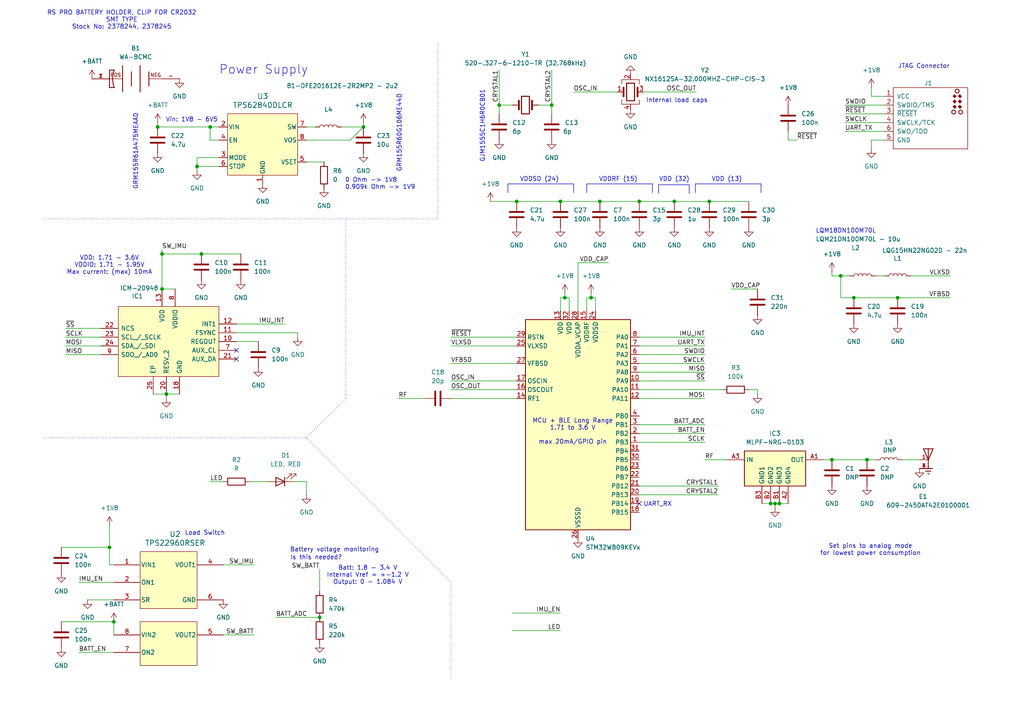
<source format=kicad_sch>
(kicad_sch (version 20231120) (generator "eeschema") (generator_version "8.0")
  (paper "A4")
  (title_block (title "Plant Sensor V2") (date "2025-01-15") (rev "v1") (company "Dramco - KU Leuven"))
  (lib_symbols
    (symbol "2450AT42E0100E:2450AT42E0100E" (pin_names (offset 1.016))
      (property "Reference" "E" (at 2.0344 0.7629 0))
      (property "Value" "2450AT42E0100E" (at 2.1628 -1.0178 0))
      (symbol "2450AT42E0100E_0_0"
        (pin passive line (at -2.54 0 0) (length 2.54) (name "~") (number "1"))
        (pin power_in line (at -2.54 -2.54 0) (length 2.54) (name "~") (number "3"))
        (pin power_in line (at -2.54 -2.54 0) (length 2.54) (name "~") (number "4"))
      )
    )
    (symbol "Device:C" (pin_numbers hide) (pin_names (offset 0.254))
      (property "Reference" "C" (at 0.635 2.54 0))
      (property "Value" "C" (at 0.635 -2.54 0))
      (symbol "C_1_1"
        (pin passive line (at 0 3.81 270) (length 2.794) (name "~") (number "1"))
        (pin passive line (at 0 -3.81 90) (length 2.794) (name "~") (number "2"))
      )
    )
    (symbol "Device:Crystal" (pin_numbers hide) (pin_names (offset 1.016) hide)
      (property "Reference" "Y" (at 0 3.81 0))
      (property "Value" "Crystal" (at 0 -3.81 0))
      (symbol "Crystal_1_1"
        (pin passive line (at -3.81 0 0) (length 1.27) (name "1") (number "1"))
        (pin passive line (at 3.81 0 180) (length 1.27) (name "2") (number "2"))
      )
    )
    (symbol "Device:Crystal_GND24" (pin_names (offset 1.016) hide)
      (property "Reference" "Y" (at 3.175 5.08 0))
      (property "Value" "Crystal_GND24" (at 3.175 3.175 0))
      (symbol "Crystal_GND24_1_1"
        (pin passive line (at -3.81 0 0) (length 1.27) (name "1") (number "1"))
        (pin passive line (at 0 5.08 270) (length 1.27) (name "2") (number "2"))
        (pin passive line (at 3.81 0 180) (length 1.27) (name "3") (number "3"))
        (pin passive line (at 0 -5.08 90) (length 1.27) (name "4") (number "4"))
      )
    )
    (symbol "Device:L" (pin_numbers hide) (pin_names (offset 1.016) hide)
      (property "Reference" "L" (at -1.27 0 90))
      (property "Value" "L" (at 1.905 0 90))
      (symbol "L_1_1"
        (pin passive line (at 0 3.81 270) (length 1.27) (name "1") (number "1"))
        (pin passive line (at 0 -3.81 90) (length 1.27) (name "2") (number "2"))
      )
    )
    (symbol "Device:LED" (pin_numbers hide) (pin_names (offset 1.016) hide)
      (property "Reference" "D" (at 0 2.54 0))
      (property "Value" "LED" (at 0 -2.54 0))
      (symbol "LED_1_1"
        (pin passive line (at -3.81 0 0) (length 2.54) (name "K") (number "1"))
        (pin passive line (at 3.81 0 180) (length 2.54) (name "A") (number "2"))
      )
    )
    (symbol "Device:R" (pin_numbers hide) (pin_names (offset 0))
      (property "Reference" "R" (at 2.032 0 90))
      (property "Value" "R" (at 0 0 90))
      (symbol "R_1_1"
        (pin passive line (at 0 3.81 270) (length 1.27) (name "~") (number "1"))
        (pin passive line (at 0 -3.81 90) (length 1.27) (name "~") (number "2"))
      )
    )
    (symbol "MCU_ST_STM32WB:STM32WB09KEVx"
      (property "Reference" "U" (at -15.24 31.75 0))
      (property "Value" "STM32WB09KEVx" (at 7.62 31.75 0))
      (symbol "STM32WB09KEVx_1_1"
        (pin bidirectional line (at 17.78 -5.08 180) (length 2.54) (name "PB3") (number "1"))
        (pin bidirectional line (at 17.78 12.7 180) (length 2.54) (name "PA9") (number "10"))
        (pin bidirectional line (at 17.78 10.16 180) (length 2.54) (name "PA10") (number "11"))
        (pin bidirectional line (at 17.78 7.62 180) (length 2.54) (name "PA11") (number "12"))
        (pin power_in line (at -5.08 33.02 270) (length 2.54) (name "VDD") (number "13"))
        (pin bidirectional line (at -17.78 7.62 0) (length 2.54) (name "RF1") (number "14"))
        (pin power_in line (at 2.54 33.02 270) (length 2.54) (name "VDDRF") (number "15"))
        (pin bidirectional line (at -17.78 10.16 0) (length 2.54) (name "OSCOUT") (number "16"))
        (pin bidirectional line (at -17.78 12.7 0) (length 2.54) (name "OSCIN") (number "17"))
        (pin bidirectional line (at 17.78 -25.4 180) (length 2.54) (name "PB15") (number "18"))
        (pin bidirectional line (at 17.78 -22.86 180) (length 2.54) (name "PB14") (number "19"))
        (pin bidirectional line (at 17.78 -2.54 180) (length 2.54) (name "PB2") (number "2"))
        (pin bidirectional line (at 17.78 -20.32 180) (length 2.54) (name "PB13") (number "20"))
        (pin bidirectional line (at 17.78 -17.78 180) (length 2.54) (name "PB12") (number "21"))
        (pin bidirectional line (at 17.78 -15.24 180) (length 2.54) (name "PB7") (number "22"))
        (pin bidirectional line (at 17.78 -12.7 180) (length 2.54) (name "PB6") (number "23"))
        (pin power_in line (at 5.08 33.02 270) (length 2.54) (name "VDDSD") (number "24"))
        (pin power_in line (at -17.78 22.86 0) (length 2.54) (name "VLXSD") (number "25"))
        (pin power_in line (at 0 -33.02 90) (length 2.54) (name "VSSSD") (number "26"))
        (pin input line (at -17.78 17.78 0) (length 2.54) (name "VFBSD") (number "27"))
        (pin power_in line (at 0 33.02 270) (length 2.54) (name "VDDA_VCAP") (number "28"))
        (pin power_in line (at -17.78 25.4 0) (length 2.54) (name "RSTN") (number "29"))
        (pin bidirectional line (at 17.78 0 180) (length 2.54) (name "PB1") (number "3"))
        (pin bidirectional line (at 17.78 -10.16 180) (length 2.54) (name "PB5") (number "30"))
        (pin bidirectional line (at 17.78 -7.62 180) (length 2.54) (name "PB4") (number "31"))
        (pin power_in line (at -2.54 33.02 270) (length 2.54) (name "VDD") (number "32"))
        (pin bidirectional line (at 17.78 2.54 180) (length 2.54) (name "PB0") (number "4"))
        (pin bidirectional line (at 17.78 17.78 180) (length 2.54) (name "PA3") (number "5"))
        (pin bidirectional line (at 17.78 20.32 180) (length 2.54) (name "PA2") (number "6"))
        (pin bidirectional line (at 17.78 22.86 180) (length 2.54) (name "PA1") (number "7"))
        (pin bidirectional line (at 17.78 25.4 180) (length 2.54) (name "PA0") (number "8"))
        (pin bidirectional line (at 17.78 15.24 180) (length 2.54) (name "PA8") (number "9"))
      )
    )
    (symbol "MLPF-NRG-01D3:MLPF-NRG-01D3"
      (property "Reference" "IC3" (at 13.97 7.62 0))
      (property "Value" "MLPF-NRG-01D3" (at 13.97 5.08 0))
      (symbol "MLPF-NRG-01D3_1_1"
        (pin passive line (at 27.94 0 180) (length 5.08) (name "OUT") (number "A1"))
        (pin passive line (at 17.78 -12.7 90) (length 5.08) (name "GND4") (number "A2"))
        (pin passive line (at 0 0 0) (length 5.08) (name "IN") (number "A3"))
        (pin passive line (at 15.24 -12.7 90) (length 5.08) (name "GND3") (number "B1"))
        (pin passive line (at 12.7 -12.7 90) (length 5.08) (name "GND2") (number "B2"))
        (pin passive line (at 10.16 -12.7 90) (length 5.08) (name "GND1") (number "B3"))
      )
    )
    (symbol "SamacSys_Parts:ICM-20948" (pin_names (offset 0.762))
      (property "Reference" "IC1" (at 19.558 10.6426 0))
      (property "Value" "ICM-20948" (at 20.066 12.954 0))
      (symbol "ICM-20948_0_0"
        (pin passive line (at 48.26 -2.54 180) (length 5.08) (name "REGOUT") (number "10"))
        (pin passive line (at 48.26 0 180) (length 5.08) (name "FSYNC") (number "11"))
        (pin passive line (at 48.26 2.54 180) (length 5.08) (name "INT1") (number "12"))
        (pin passive line (at 26.67 12.7 270) (length 5.08) (name "VDD") (number "13"))
        (pin passive line (at 31.75 -17.78 90) (length 5.08) (name "GND") (number "18"))
        (pin passive line (at 27.94 -17.78 90) (length 5.08) (name "RESV_2") (number "20"))
        (pin passive line (at 48.26 -7.62 180) (length 5.08) (name "AUX_DA") (number "21"))
        (pin passive line (at 8.89 1.27 0) (length 5.08) (name "NCS") (number "22"))
        (pin passive line (at 8.89 -1.27 0) (length 5.08) (name "SCL_/_SCLK") (number "23"))
        (pin passive line (at 8.89 -3.81 0) (length 5.08) (name "SDA_/_SDI") (number "24"))
        (pin passive line (at 24.13 -17.78 90) (length 5.08) (name "EP") (number "25"))
        (pin passive line (at 48.26 -5.08 180) (length 5.08) (name "AUX_CL") (number "7"))
        (pin passive line (at 30.48 12.7 270) (length 5.08) (name "VDDIO") (number "8"))
        (pin passive line (at 8.89 -6.35 0) (length 5.08) (name "SDO_/_AD0") (number "9"))
      )
    )
    (symbol "TPS22960:TPS22960RSER" (pin_names (offset 0.254))
      (property "Reference" "U2" (at -5.08 19.05 0))
      (property "Value" "TPS22960RSER" (at -5.08 16.51 0))
      (symbol "TPS22960RSER_0_1"
        (pin power_in line (at -22.86 10.16 0) (length 7.62) (name "VIN1") (number "1"))
        (pin input line (at -22.86 5.08 0) (length 7.62) (name "ON1") (number "2"))
        (pin input line (at -22.86 0 0) (length 7.62) (name "SR") (number "3"))
        (pin power_in line (at 8.89 10.16 180) (length 7.62) (name "VOUT1") (number "4"))
        (pin power_in line (at 8.89 -10.16 180) (length 7.62) (name "VOUT2") (number "5"))
        (pin power_in line (at 8.89 0 180) (length 7.62) (name "GND") (number "6"))
        (pin input line (at -22.86 -15.24 0) (length 7.62) (name "ON2") (number "7"))
        (pin power_in line (at -22.86 -10.16 0) (length 7.62) (name "VIN2") (number "8"))
      )
    )
    (symbol "TPS62840:TPS62840DLCR" (pin_names (offset 0.254))
      (property "Reference" "U3" (at 17.526 10.16 0))
      (property "Value" "TPS62840DLCR" (at 17.526 7.62 0))
      (symbol "TPS62840DLCR_1_1"
        (pin power_out line (at 17.78 -15.24 90) (length 2.54) (name "GND") (number "1"))
        (pin unspecified line (at 5.08 1.27 0) (length 2.54) (name "VIN") (number "2"))
        (pin unspecified line (at 5.08 -7.62 0) (length 2.54) (name "MODE") (number "3"))
        (pin unspecified line (at 5.08 -2.54 0) (length 2.54) (name "EN") (number "4"))
        (pin unspecified line (at 30.48 -8.89 180) (length 2.54) (name "VSET") (number "5"))
        (pin unspecified line (at 5.08 -10.16 0) (length 2.54) (name "STOP") (number "6"))
        (pin unspecified line (at 30.48 1.27 180) (length 2.54) (name "SW") (number "7"))
        (pin unspecified line (at 30.48 -2.54 180) (length 2.54) (name "VOS") (number "8"))
      )
    )
    (symbol "WA-BCMC:WA-BCMC" (pin_names (offset 1.016))
      (property "Reference" "B" (at 0 7.62 0))
      (symbol "WA-BCMC_0_0"
        (text "NEG" (at 4.191 0.508 0) (effects (font (size 1.016 1.016)) (justify left bottom)))
        (text "POS" (at -4.191 0.508 0) (effects (font (size 1.016 1.016)) (justify right bottom)))
        (pin passive line (at 12.7 0 180) (length 5.08) (name "~") (number "-"))
        (pin passive line (at -12.7 0 0) (length 5.08) (name "~") (number "1"))
        (pin passive line (at -12.7 0 0) (length 5.08) (name "~") (number "2"))
      )
    )
    (symbol "power:+1V8" (power) (pin_numbers hide) (pin_names (offset 0) hide)
      (property "Value" "+1V8" (at 0 3.556 0))
      (symbol "+1V8_1_1"
        (pin power_in line (at 0 0 90) (length 0) (name "~") (number "1"))
      )
    )
    (symbol "power:+BATT" (power) (pin_numbers hide) (pin_names (offset 0) hide)
      (property "Value" "+BATT" (at 0 3.556 0))
      (symbol "+BATT_1_1"
        (pin power_in line (at 0 0 90) (length 0) (name "~") (number "1"))
      )
    )
    (symbol "power:GND" (power) (pin_numbers hide) (pin_names (offset 0) hide)
      (property "Value" "GND" (at 0 -3.81 0))
      (symbol "GND_1_1"
        (pin power_in line (at 0 0 270) (length 0) (name "~") (number "1"))
      )
    )
    (symbol "sparkfun-nrf52832-breakout-eagle-import:TC2030_SWD-MCP-NL" (pin_names (offset 1.016))
      (symbol "TC2030_SWD-MCP-NL_1_0"
        (pin passive line (at -12.7 7.62 0) (length 2.54) (name "VCC") (number "1"))
        (pin bidirectional line (at -12.7 5.08 0) (length 2.54) (name "SWDIO/TMS") (number "2"))
        (pin output line (at -12.7 2.54 0) (length 2.54) (name "~{RESET}") (number "3"))
        (pin output line (at -12.7 0 0) (length 2.54) (name "SWCLK/TCK") (number "4"))
        (pin passive line (at -12.7 -5.08 0) (length 2.54) (name "GND") (number "5"))
        (pin bidirectional line (at -12.7 -2.54 0) (length 2.54) (name "SWO/TDO") (number "6"))
      )
    )
  )
  (junction (at 46.99 73.66))
  (junction (at 144.78 30.48))
  (junction (at 247.65 86.36))
  (junction (at 31.75 158.75))
  (junction (at 57.15 48.26))
  (junction (at 223.52 146.05))
  (junction (at 173.99 58.42))
  (junction (at 149.86 58.42))
  (junction (at 224.79 146.05))
  (junction (at 171.45 86.36))
  (junction (at 251.46 133.35))
  (junction (at 60.96 36.83))
  (junction (at 160.02 30.48))
  (junction (at 46.99 83.82))
  (junction (at 92.71 179.07))
  (junction (at 243.84 80.01))
  (junction (at 241.3 133.35))
  (junction (at 185.42 58.42))
  (junction (at 226.06 146.05))
  (junction (at 33.02 180.34))
  (junction (at 205.74 58.42))
  (junction (at 260.35 86.36))
  (junction (at 163.83 86.36))
  (junction (at 195.58 58.42))
  (junction (at 45.72 36.83))
  (junction (at 162.56 58.42))
  (junction (at 105.41 36.83))
  (junction (at 58.42 73.66))
  (junction (at 48.26 114.3))
  (no_connect (at 185.42 146.05))
  (no_connect (at 68.58 104.14))
  (no_connect (at 68.58 101.6))
  (wire (pts (xy 204.47 133.35) (xy 210.82 133.35)))
  (wire (pts (xy 204.47 107.95) (xy 185.42 107.95)))
  (wire (pts (xy 238.76 133.35) (xy 241.3 133.35)))
  (wire (pts (xy 185.42 100.33) (xy 204.47 100.33)))
  (wire (pts (xy 165.1 86.36) (xy 165.1 90.17)))
  (wire (pts (xy 245.11 35.56) (xy 256.54 35.56)))
  (wire (pts (xy 252.73 40.64) (xy 256.54 40.64)))
  (wire (pts (xy 19.05 97.79) (xy 29.21 97.79)))
  (wire (pts (xy 224.79 146.05) (xy 224.79 147.32)))
  (wire (pts (xy 185.42 58.42) (xy 195.58 58.42)))
  (wire (pts (xy 48.26 114.3) (xy 44.45 114.3)))
  (wire (pts (xy 195.58 58.42) (xy 205.74 58.42)))
  (wire (pts (xy 31.75 152.4) (xy 31.75 158.75)))
  (polyline (pts (xy 100.33 115.57) (xy 88.9 127)) (stroke (width 0) (type dot)))
  (wire (pts (xy 149.86 58.42) (xy 162.56 58.42)))
  (wire (pts (xy 60.96 36.83) (xy 63.5 36.83)))
  (wire (pts (xy 254 80.01) (xy 256.54 80.01)))
  (wire (pts (xy 88.9 40.64) (xy 101.6 40.64)))
  (polyline (pts (xy 147.32 53.34) (xy 166.37 53.34)))
  (wire (pts (xy 226.06 146.05) (xy 228.6 146.05)))
  (wire (pts (xy 172.72 86.36) (xy 172.72 90.17)))
  (wire (pts (xy 86.36 96.52) (xy 86.36 97.79)))
  (wire (pts (xy 245.11 33.02) (xy 256.54 33.02)))
  (wire (pts (xy 185.42 140.97) (xy 208.28 140.97)))
  (wire (pts (xy 241.3 80.01) (xy 243.84 80.01)))
  (wire (pts (xy 99.06 36.83) (xy 105.41 36.83)))
  (wire (pts (xy 171.45 86.36) (xy 171.45 85.09)))
  (wire (pts (xy 46.99 83.82) (xy 46.99 73.66)))
  (wire (pts (xy 46.99 72.39) (xy 46.99 73.66)))
  (wire (pts (xy 162.56 177.8) (xy 148.59 177.8)))
  (wire (pts (xy 243.84 86.36) (xy 247.65 86.36)))
  (wire (pts (xy 88.9 46.99) (xy 93.98 46.99)))
  (wire (pts (xy 247.65 86.36) (xy 260.35 86.36)))
  (polyline (pts (xy 199.898 53.594) (xy 199.898 56.134)))
  (polyline (pts (xy 170.18 53.34) (xy 189.23 53.34)))
  (wire (pts (xy 163.83 85.09) (xy 163.83 86.36)))
  (wire (pts (xy 163.83 86.36) (xy 162.56 86.36)))
  (wire (pts (xy 80.01 179.07) (xy 92.71 179.07)))
  (wire (pts (xy 63.5 40.64) (xy 60.96 40.64)))
  (wire (pts (xy 68.58 93.98) (xy 82.55 93.98)))
  (polyline (pts (xy 88.9 127) (xy 130.81 168.91)) (stroke (width 0) (type dot)))
  (wire (pts (xy 171.45 86.36) (xy 172.72 86.36)))
  (wire (pts (xy 228.6 38.1) (xy 228.6 40.64)))
  (wire (pts (xy 19.05 100.33) (xy 29.21 100.33)))
  (wire (pts (xy 260.35 86.36) (xy 275.59 86.36)))
  (polyline (pts (xy 166.37 53.34) (xy 166.37 55.88)))
  (wire (pts (xy 33.02 180.34) (xy 33.02 184.15)))
  (wire (pts (xy 60.96 36.83) (xy 60.96 40.64)))
  (wire (pts (xy 205.74 58.42) (xy 217.17 58.42)))
  (wire (pts (xy 60.96 139.7) (xy 64.77 139.7)))
  (wire (pts (xy 204.47 110.49) (xy 185.42 110.49)))
  (wire (pts (xy 185.42 143.51) (xy 208.28 143.51)))
  (wire (pts (xy 163.83 86.36) (xy 165.1 86.36)))
  (wire (pts (xy 57.15 48.26) (xy 57.15 45.72)))
  (polyline (pts (xy 100.33 63.5) (xy 100.33 115.57)) (stroke (width 0) (type dot)))
  (polyline (pts (xy 191.008 53.594) (xy 199.898 53.594)))
  (wire (pts (xy 105.41 35.56) (xy 105.41 36.83)))
  (wire (pts (xy 166.37 26.67) (xy 179.07 26.67)))
  (wire (pts (xy 162.56 86.36) (xy 162.56 90.17)))
  (wire (pts (xy 148.59 30.48) (xy 144.78 30.48)))
  (wire (pts (xy 57.15 48.26) (xy 63.5 48.26)))
  (wire (pts (xy 88.9 36.83) (xy 91.44 36.83)))
  (wire (pts (xy 57.15 49.53) (xy 57.15 48.26)))
  (wire (pts (xy 68.58 96.52) (xy 86.36 96.52)))
  (wire (pts (xy 160.02 20.32) (xy 160.02 30.48)))
  (wire (pts (xy 204.47 128.27) (xy 185.42 128.27)))
  (wire (pts (xy 19.05 95.25) (xy 29.21 95.25)))
  (wire (pts (xy 149.86 110.49) (xy 130.81 110.49)))
  (wire (pts (xy 209.55 113.03) (xy 185.42 113.03)))
  (wire (pts (xy 130.81 97.79) (xy 149.86 97.79)))
  (polyline (pts (xy 201.676 53.34) (xy 201.676 55.88)))
  (wire (pts (xy 31.75 158.75) (xy 31.75 163.83)))
  (polyline (pts (xy 147.32 53.34) (xy 147.32 55.88)))
  (wire (pts (xy 46.99 83.82) (xy 50.8 83.82)))
  (wire (pts (xy 160.02 30.48) (xy 160.02 33.02)))
  (wire (pts (xy 58.42 73.66) (xy 69.85 73.66)))
  (wire (pts (xy 266.7 133.35) (xy 261.62 133.35)))
  (wire (pts (xy 130.81 115.57) (xy 149.86 115.57)))
  (wire (pts (xy 72.39 139.7) (xy 77.47 139.7)))
  (wire (pts (xy 256.54 27.94) (xy 252.73 27.94)))
  (wire (pts (xy 142.24 58.42) (xy 149.86 58.42)))
  (wire (pts (xy 264.16 80.01) (xy 275.59 80.01)))
  (polyline (pts (xy 12.7 63.5) (xy 127 63.5)) (stroke (width 0) (type dot)))
  (wire (pts (xy 219.71 113.03) (xy 217.17 113.03)))
  (wire (pts (xy 170.18 90.17) (xy 170.18 86.36)))
  (wire (pts (xy 130.81 100.33) (xy 149.86 100.33)))
  (wire (pts (xy 31.75 163.83) (xy 33.02 163.83)))
  (wire (pts (xy 245.11 30.48) (xy 256.54 30.48)))
  (wire (pts (xy 220.98 146.05) (xy 223.52 146.05)))
  (wire (pts (xy 17.78 180.34) (xy 33.02 180.34)))
  (wire (pts (xy 185.42 105.41) (xy 204.47 105.41)))
  (wire (pts (xy 115.57 115.57) (xy 123.19 115.57)))
  (wire (pts (xy 185.42 115.57) (xy 204.47 115.57)))
  (wire (pts (xy 85.09 139.7) (xy 88.9 139.7)))
  (wire (pts (xy 173.99 58.42) (xy 185.42 58.42)))
  (wire (pts (xy 245.11 38.1) (xy 256.54 38.1)))
  (wire (pts (xy 130.81 113.03) (xy 149.86 113.03)))
  (wire (pts (xy 228.6 40.64) (xy 231.14 40.64)))
  (wire (pts (xy 185.42 102.87) (xy 204.47 102.87)))
  (wire (pts (xy 45.72 36.83) (xy 60.96 36.83)))
  (wire (pts (xy 25.4 173.99) (xy 33.02 173.99)))
  (wire (pts (xy 251.46 133.35) (xy 254 133.35)))
  (wire (pts (xy 46.99 73.66) (xy 58.42 73.66)))
  (polyline (pts (xy 201.676 53.34) (xy 220.726 53.34)))
  (wire (pts (xy 88.9 139.7) (xy 88.9 143.51)))
  (wire (pts (xy 45.72 35.56) (xy 45.72 36.83)))
  (wire (pts (xy 74.93 99.06) (xy 68.58 99.06)))
  (wire (pts (xy 219.71 114.3) (xy 219.71 113.03)))
  (wire (pts (xy 92.71 165.1) (xy 92.71 171.45)))
  (wire (pts (xy 162.56 182.88) (xy 148.59 182.88)))
  (wire (pts (xy 22.86 168.91) (xy 33.02 168.91)))
  (wire (pts (xy 101.6 40.64) (xy 105.41 36.83)))
  (wire (pts (xy 144.78 30.48) (xy 144.78 33.02)))
  (wire (pts (xy 130.81 105.41) (xy 149.86 105.41)))
  (wire (pts (xy 243.84 80.01) (xy 243.84 86.36)))
  (wire (pts (xy 176.53 76.2) (xy 167.64 76.2)))
  (polyline (pts (xy 127 12.7) (xy 127 63.5)) (stroke (width 0) (type dot)))
  (polyline (pts (xy 170.18 53.34) (xy 170.18 55.88)))
  (wire (pts (xy 144.78 20.32) (xy 144.78 30.48)))
  (wire (pts (xy 252.73 43.18) (xy 252.73 40.64)))
  (wire (pts (xy 57.15 45.72) (xy 63.5 45.72)))
  (wire (pts (xy 224.79 146.05) (xy 226.06 146.05)))
  (wire (pts (xy 64.77 184.15) (xy 73.66 184.15)))
  (wire (pts (xy 185.42 125.73) (xy 204.47 125.73)))
  (wire (pts (xy 48.26 115.57) (xy 48.26 114.3)))
  (polyline (pts (xy 220.726 53.34) (xy 220.726 55.88)))
  (wire (pts (xy 17.78 158.75) (xy 31.75 158.75)))
  (wire (pts (xy 212.09 83.82) (xy 219.71 83.82)))
  (polyline (pts (xy 12.7 127) (xy 88.9 127)) (stroke (width 0) (type dot)))
  (wire (pts (xy 167.64 76.2) (xy 167.64 90.17)))
  (wire (pts (xy 22.86 189.23) (xy 33.02 189.23)))
  (wire (pts (xy 171.45 86.36) (xy 170.18 86.36)))
  (polyline (pts (xy 191.008 53.594) (xy 191.008 56.134)))
  (wire (pts (xy 185.42 97.79) (xy 204.47 97.79)))
  (wire (pts (xy 252.73 25.4) (xy 252.73 27.94)))
  (wire (pts (xy 243.84 80.01) (xy 246.38 80.01)))
  (polyline (pts (xy 189.23 53.34) (xy 189.23 55.88)))
  (wire (pts (xy 156.21 30.48) (xy 160.02 30.48)))
  (polyline (pts (xy 130.81 168.91) (xy 130.81 196.85)) (stroke (width 0) (type dot)))
  (wire (pts (xy 241.3 133.35) (xy 251.46 133.35)))
  (wire (pts (xy 19.05 102.87) (xy 29.21 102.87)))
  (wire (pts (xy 241.3 78.74) (xy 241.3 80.01)))
  (wire (pts (xy 73.66 163.83) (xy 64.77 163.83)))
  (wire (pts (xy 186.69 26.67) (xy 201.93 26.67)))
  (wire (pts (xy 223.52 146.05) (xy 224.79 146.05)))
  (wire (pts (xy 162.56 58.42) (xy 173.99 58.42)))
  (wire (pts (xy 185.42 123.19) (xy 204.47 123.19)))
  (wire (pts (xy 48.26 114.3) (xy 52.07 114.3)))
  (text "UART_RX" (at 190.754 146.304 0) (effects (font (size 1.27 1.27))))
  (text "MCU + BLE Long Range\n1.71 to 3.6 V\n\nmax 20mA/GPIO pin" (at 166.116 125.222 0) (effects (font (size 1.27 1.27))))
  (text "Vin: 1V8 - 6V5" (at 55.626 34.798 0) (effects (font (size 1.27 1.27))))
  (text "Internal load caps" (at 196.342 29.21 0) (effects (font (size 1.27 1.27))))
  (text "GRM155R60G106ME44D" (at 115.824 38.608 90) (effects (font (size 1.27 1.27))))
  (text "Power Supply" (at 76.454 20.32 0) (effects (font (size 2.54 2.54))))
  (text "RS PRO BATTERY HOLDER, CLIP FOR CR2032\nSMT TYPE\nStock No: 2378244, 2378245" (at 35.306 5.842 0) (effects (font (size 1.27 1.27))))
  (text "GRM155R61A475MEAAD" (at 39.37 43.942 90) (effects (font (size 1.27 1.27))))
  (text "VDD (32)" (at 195.58 52.07 0) (effects (font (size 1.27 1.27))))
  (text "Battery voltage monitoring" (at 97.028 159.512 0) (effects (font (size 1.27 1.27))))
  (text "JTAG Connector" (at 267.97 19.304 0) (effects (font (size 1.27 1.27))))
  (text "Load Switch" (at 59.436 154.686 0) (effects (font (size 1.27 1.27))))
  (text "Is this needed?" (at 91.694 161.798 0) (effects (font (size 1.27 1.27))))
  (text "LQM18DN100M70L" (at 245.364 67.056 0) (effects (font (size 1.27 1.27))))
  (text "Set pins to analog mode\nfor lowest power consumption" (at 252.476 159.512 0) (effects (font (size 1.27 1.27))))
  (text "VDD: 1.71 - 3.6V\nVDDIO: 1.71 - 1.95V\nMax current: (max) 10mA" (at 31.75 76.962 0) (effects (font (size 1.27 1.27))))
  (text "VDD (13)" (at 210.82 52.07 0) (effects (font (size 1.27 1.27))))
  (text "Batt: 1.8 - 3.4 V\nInternal Vref = +-1.2 V\nOutput: 0 - 1.084 V" (at 106.68 166.878 0) (effects (font (size 1.27 1.27))))
  (text "0 Ohm -> 1V8\n0.909k Ohm -> 1V9" (at 100.076 53.34 0) (effects (font (size 1.27 1.27)) (justify left)))
  (text "VDDSD (24)" (at 156.464 52.07 0) (effects (font (size 1.27 1.27))))
  (text "VDDRF (15)" (at 179.324 52.07 0) (effects (font (size 1.27 1.27))))
  (text "GJM1555C1H6R0CB01" (at 139.954 36.576 90) (effects (font (size 1.27 1.27))))
  (label "UART_TX" (at 245.11 38.1 0))
  (label "CRYSTAL1" (at 208.28 140.97 180))
  (label "BATT_EN" (at 22.86 189.23 0))
  (label "SW_IMU" (at 46.99 72.39 0))
  (label "SW_BATT" (at 92.71 165.1 180))
  (label "CRYSTAL2" (at 160.02 20.32 270))
  (label "~{RESET}" (at 130.81 97.79 0))
  (label "LED" (at 162.56 182.88 180))
  (label "OSC_OUT" (at 130.81 113.03 0))
  (label "IMU_INT" (at 82.55 93.98 180))
  (label "SWCLK" (at 204.47 105.41 180))
  (label "VDD_CAP" (at 176.53 76.2 180))
  (label "~{RESET}" (at 245.11 33.02 0))
  (label "RF" (at 115.57 115.57 0))
  (label "BATT_EN" (at 204.47 125.73 180))
  (label "SW_IMU" (at 73.66 163.83 180))
  (label "SWDIO" (at 204.47 102.87 180))
  (label "UART_TX" (at 204.47 100.33 180))
  (label "BATT_ADC" (at 80.01 179.07 0))
  (label "~{RESET}" (at 231.14 40.64 0))
  (label "SCLK" (at 19.05 97.79 0))
  (label "LED" (at 60.96 139.7 0))
  (label "SWDIO" (at 245.11 30.48 0))
  (label "SWCLK" (at 245.11 35.56 0))
  (label "OSC_OUT" (at 201.93 26.67 180))
  (label "VDD_CAP" (at 212.09 83.82 0))
  (label "MISO" (at 19.05 102.87 0))
  (label "BATT_ADC" (at 204.47 123.19 180))
  (label "OSC_IN" (at 166.37 26.67 0))
  (label "IMU_INT" (at 204.47 97.79 180))
  (label "IMU_EN" (at 162.56 177.8 180))
  (label "~{SS}" (at 19.05 95.25 0))
  (label "VFBSD" (at 130.81 105.41 0))
  (label "IMU_EN" (at 22.86 168.91 0))
  (label "MISO" (at 204.47 107.95 180))
  (label "VLXSD" (at 130.81 100.33 0))
  (label "~{SS}" (at 204.47 110.49 180))
  (label "VFBSD" (at 275.59 86.36 180))
  (label "CRYSTAL2" (at 208.28 143.51 180))
  (label "OSC_IN" (at 130.81 110.49 0))
  (label "SCLK" (at 204.47 128.27 180))
  (label "SW_BATT" (at 73.66 184.15 180))
  (label "CRYSTAL1" (at 144.78 20.32 270))
  (label "VLXSD" (at 275.59 80.01 180))
  (label "MOSI" (at 19.05 100.33 0))
  (label "MOSI" (at 204.47 115.57 180))
  (label "RF" (at 204.47 133.35 0))
  (symbol (lib_id "power:GND") (at 17.78 187.96 0) (unit 1)
    (property "Reference" "#PWR047" (effects (hide yes)))
    (property "Value" "GND" (at 17.78 193.04 0))
    (property "Description" "Power symbol creates a global label with name \"GND\" , ground" (effects (hide yes)))
  )
  (symbol (lib_id "power:GND") (at 195.58 66.04 0) (unit 1)
    (property "Reference" "#PWR056" (effects (hide yes)))
    (property "Value" "GND" (at 195.58 71.12 0))
    (property "Description" "Power symbol creates a global label with name \"GND\" , ground" (effects (hide yes)))
  )
  (symbol (lib_id "Device:C") (at 58.42 77.47 0) (unit 1)
    (property "Reference" "C10" (at 62.23 76.1999 0) (effects (justify left)))
    (property "Value" "100n" (at 62.23 78.7399 0) (effects (justify left)))
    (property "Footprint" "Capacitor_SMD:C_0402_1005Metric" (effects (hide yes)))
    (property "Description" "Unpolarized capacitor" (effects (hide yes)))
  )
  (symbol (lib_id "power:GND") (at 219.71 114.3 0) (unit 1)
    (property "Reference" "#PWR09" (effects (hide yes)))
    (property "Value" "GND" (at 219.71 119.38 0))
    (property "Description" "Power symbol creates a global label with name \"GND\" , ground" (effects (hide yes)))
  )
  (symbol (lib_id "Device:C") (at 173.99 62.23 0) (unit 1)
    (property "Reference" "C7" (at 177.8 60.9599 0) (effects (justify left)))
    (property "Value" "100n" (at 177.8 63.4999 0) (effects (justify left)))
    (property "Footprint" "Capacitor_SMD:C_0402_1005Metric" (effects (hide yes)))
    (property "Description" "Unpolarized capacitor" (effects (hide yes)))
  )
  (symbol (lib_id "Device:C") (at 74.93 102.87 0) (unit 1)
    (property "Reference" "C9" (at 78.74 101.5999 0) (effects (justify left)))
    (property "Value" "100n" (at 78.74 104.1399 0) (effects (justify left)))
    (property "Footprint" "Capacitor_SMD:C_0402_1005Metric" (effects (hide yes)))
    (property "Description" "Unpolarized capacitor" (effects (hide yes)))
  )
  (symbol (lib_id "Device:C") (at 69.85 77.47 0) (unit 1)
    (property "Reference" "C11" (at 73.66 76.1999 0) (effects (justify left)))
    (property "Value" "100n" (at 73.66 78.7399 0) (effects (justify left)))
    (property "Footprint" "Capacitor_SMD:C_0402_1005Metric" (effects (hide yes)))
    (property "Description" "Unpolarized capacitor" (effects (hide yes)))
  )
  (symbol (lib_id "Device:C") (at 149.86 62.23 0) (unit 1)
    (property "Reference" "C21" (at 153.67 60.9599 0) (effects (justify left)))
    (property "Value" "4.7u" (at 153.67 63.4999 0) (effects (justify left)))
    (property "Footprint" "Capacitor_SMD:C_0402_1005Metric" (effects (hide yes)))
    (property "Description" "Unpolarized capacitor" (effects (hide yes)))
  )
  (symbol (lib_id "Device:C") (at 205.74 62.23 0) (unit 1)
    (property "Reference" "C29" (at 209.55 60.9599 0) (effects (justify left)))
    (property "Value" "100n" (at 209.55 63.4999 0) (effects (justify left)))
    (property "Footprint" "Capacitor_SMD:C_0402_1005Metric" (effects (hide yes)))
    (property "Description" "Unpolarized capacitor" (effects (hide yes)))
  )
  (symbol (lib_id "2450AT42E0100E:2450AT42E0100E") (at 269.24 133.35 0) (unit 1)
    (property "Reference" "E1" (at 266.446 144.018 0) (effects (justify left)))
    (property "Value" "609-2450AT42E0100001" (at 257.048 146.558 0) (effects (justify left)))
    (property "Footprint" "Antenna:XDCR_2450AT42E0100E" (effects (hide yes)))
    (property "SnapEDA_Link" "https://www.snapeda.com/parts/2450AT42E0100E/Johanson/view-part/?ref=snap" (effects (hide yes)))
    (property "MAXIMUM_PACKAGE_HEIGHT" "1.7 mm" (effects (hide yes)))
    (property "Package" "FBGA-780 Johanson" (effects (hide yes)))
    (property "Check_prices" "https://www.snapeda.com/parts/2450AT42E0100E/Johanson/view-part/?ref=eda" (effects (hide yes)))
    (property "STANDARD" "Manufacturer Recommendation" (effects (hide yes)))
    (property "PARTREV" "1.3" (effects (hide yes)))
    (property "MF" "Johanson Technology" (effects (hide yes)))
    (property "MP" "2450AT42E0100E" (effects (hide yes)))
    (property "Description_1" "\n                        \n                            2.4GHz Bluetooth, WLAN, Zigbee™ Chip RF Antenna 2.4GHz ~ 2.48GHz -2dBi Solder Surface Mount\n                        \n" (effects (hide yes)))
    (property "MANUFACTURER" "Johanson Technology" (effects (hide yes)))
  )
  (symbol (lib_id "power:GND") (at 74.93 106.68 0) (unit 1)
    (property "Reference" "#PWR05" (effects (hide yes)))
    (property "Value" "GND" (at 74.93 111.76 0))
    (property "Description" "Power symbol creates a global label with name \"GND\" , ground" (effects (hide yes)))
  )
  (symbol (lib_id "Device:C") (at 195.58 62.23 0) (unit 1)
    (property "Reference" "C28" (at 199.39 60.9599 0) (effects (justify left)))
    (property "Value" "1u" (at 199.39 63.4999 0) (effects (justify left)))
    (property "Footprint" "Capacitor_SMD:C_0402_1005Metric" (effects (hide yes)))
    (property "Description" "Unpolarized capacitor" (effects (hide yes)))
  )
  (symbol (lib_id "Device:L") (at 260.35 80.01 90) (unit 1)
    (property "Reference" "L1" (at 260.35 74.93 90))
    (property "Value" "LQG15HN22NG02D - 22n" (at 268.224 72.644 90))
    (property "Footprint" "Inductor_SMD:L_0402_1005Metric" (effects (hide yes)))
    (property "Description" "Inductor" (effects (hide yes)))
  )
  (symbol (lib_id "Device:L") (at 95.25 36.83 90) (unit 1)
    (property "Reference" "L4" (at 95.25 31.75 90))
    (property "Value" "81-DFE201612E-2R2MP2 - 2u2" (at 99.314 24.892 90))
    (property "Footprint" "Inductor_SMD:L_Murata_DFE201610P" (effects (hide yes)))
  )
  (symbol (lib_id "power:+1V8") (at 228.6 30.48 0) (unit 1)
    (property "Reference" "#PWR026" (effects (hide yes)))
    (property "Value" "+1V8" (at 228.6 25.4 0))
    (property "Description" "Power symbol creates a global label with name \"+1V8\"" (effects (hide yes)))
  )
  (symbol (lib_id "power:GND") (at 149.86 66.04 0) (unit 1)
    (property "Reference" "#PWR052" (effects (hide yes)))
    (property "Value" "GND" (at 149.86 71.12 0))
    (property "Description" "Power symbol creates a global label with name \"GND\" , ground" (effects (hide yes)))
  )
  (symbol (lib_id "Device:C") (at 217.17 62.23 0) (unit 1)
    (property "Reference" "C30" (at 220.98 60.9599 0) (effects (justify left)))
    (property "Value" "3p" (at 220.98 63.4999 0) (effects (justify left)))
    (property "Footprint" "Capacitor_SMD:C_0201_0603Metric" (effects (hide yes)))
    (property "Description" "Unpolarized capacitor" (effects (hide yes)))
  )
  (symbol (lib_id "Device:R") (at 93.98 50.8 0) (unit 1)
    (property "Reference" "R6" (at 96.52 49.5299 0) (effects (justify left)))
    (property "Value" "0" (at 96.52 52.0699 0) (effects (justify left)))
    (property "Footprint" "Resistor_SMD:R_0402_1005Metric" (effects (hide yes)))
    (property "Description" "Resistor" (effects (hide yes)))
  )
  (symbol (lib_id "power:GND") (at 86.36 97.79 0) (unit 1)
    (property "Reference" "#PWR017" (effects (hide yes)))
    (property "Value" "GND" (at 86.36 102.87 0))
    (property "Description" "Power symbol creates a global label with name \"GND\" , ground" (effects (hide yes)))
  )
  (symbol (lib_id "power:GND") (at 247.65 93.98 0) (unit 1)
    (property "Reference" "#PWR050" (effects (hide yes)))
    (property "Value" "GND" (at 247.65 99.06 0))
    (property "Description" "Power symbol creates a global label with name \"GND\" , ground" (effects (hide yes)))
  )
  (symbol (lib_id "power:GND") (at 57.15 49.53 0) (unit 1)
    (property "Reference" "#PWR041" (effects (hide yes)))
    (property "Value" "GND" (at 57.15 54.61 0))
    (property "Description" "Power symbol creates a global label with name \"GND\" , ground" (effects (hide yes)))
  )
  (symbol (lib_id "power:+BATT") (at 33.02 180.34 0) (unit 1)
    (property "Reference" "#PWR033" (effects (hide yes)))
    (property "Value" "+BATT" (at 33.02 175.26 0))
    (property "Description" "Power symbol creates a global label with name \"+BATT\"" (effects (hide yes)))
  )
  (symbol (lib_id "power:GND") (at 252.73 43.18 0) (unit 1)
    (property "Reference" "#PWR025" (effects (hide yes)))
    (property "Value" "GND" (at 252.73 48.26 0))
    (property "Description" "Power symbol creates a global label with name \"GND\" , ground" (effects (hide yes)))
  )
  (symbol (lib_id "Device:C") (at 45.72 40.64 0) (unit 1)
    (property "Reference" "C22" (at 49.53 39.3699 0) (effects (justify left)))
    (property "Value" "4.7u" (at 49.53 41.9099 0) (effects (justify left)))
    (property "Footprint" "Capacitor_SMD:C_0402_1005Metric" (effects (hide yes)))
    (property "Description" "Unpolarized capacitor" (effects (hide yes)))
  )
  (symbol (lib_id "power:GND") (at 17.78 166.37 0) (unit 1)
    (property "Reference" "#PWR046" (effects (hide yes)))
    (property "Value" "GND" (at 17.78 171.45 0))
    (property "Description" "Power symbol creates a global label with name \"GND\" , ground" (effects (hide yes)))
  )
  (symbol (lib_id "Device:R") (at 68.58 139.7 90) (unit 1)
    (property "Reference" "R2" (at 68.58 133.35 90))
    (property "Value" "R" (at 68.58 135.89 90))
    (property "Footprint" "Resistor_SMD:R_0402_1005Metric" (effects (hide yes)))
    (property "Description" "Resistor" (effects (hide yes)))
  )
  (symbol (lib_id "power:GND") (at 205.74 66.04 0) (unit 1)
    (property "Reference" "#PWR059" (effects (hide yes)))
    (property "Value" "GND" (at 205.74 71.12 0))
    (property "Description" "Power symbol creates a global label with name \"GND\" , ground" (effects (hide yes)))
  )
  (symbol (lib_id "TPS22960:TPS22960RSER") (at 55.88 173.99 0) (unit 1)
    (property "Reference" "U2" (at 50.8 154.94 0) (effects (font (size 1.524 1.524))))
    (property "Value" "TPS22960RSER" (at 50.8 157.48 0) (effects (font (size 1.524 1.524))))
    (property "Footprint" "TPS22960:RSE0008A" (effects (hide yes)))
    (property "Datasheet" "https://www.ti.com/lit/ds/symlink/tps22960.pdf?ts=1737022639689" (effects (hide yes)))
  )
  (symbol (lib_id "power:GND") (at 219.71 91.44 0) (unit 1)
    (property "Reference" "#PWR062" (effects (hide yes)))
    (property "Value" "GND" (at 219.71 96.52 0))
    (property "Description" "Power symbol creates a global label with name \"GND\" , ground" (effects (hide yes)))
  )
  (symbol (lib_id "power:GND") (at 266.7 135.89 0) (unit 1)
    (property "Reference" "#PWR014" (effects (hide yes)))
    (property "Value" "GND" (at 266.7 140.97 0))
    (property "Description" "Power symbol creates a global label with name \"GND\" , ground" (effects (hide yes)))
  )
  (symbol (lib_id "MCU_ST_STM32WB:STM32WB09KEVx") (at 167.64 123.19 0) (unit 1)
    (property "Reference" "U4" (at 169.8341 156.21 0) (effects (justify left)))
    (property "Value" "STM32WB09KEVx" (at 169.8341 158.75 0) (effects (justify left)))
    (property "Footprint" "Package_DFN_QFN:QFN-32-1EP_5x5mm_P0.5mm_EP3.7x3.7mm" (effects (hide yes)))
    (property "Datasheet" "https://www.st.com/resource/en/datasheet/stm32wb09ke.pdf" (effects (hide yes)))
    (property "Description" "STMicroelectronics Arm Cortex-M0+ MCU, 512KB flash, 64KB RAM, 20 GPIO, VFQFPN32" (effects (hide yes)))
  )
  (symbol (lib_id "power:GND") (at 260.35 93.98 0) (unit 1)
    (property "Reference" "#PWR044" (effects (hide yes)))
    (property "Value" "GND" (at 260.35 99.06 0))
    (property "Description" "Power symbol creates a global label with name \"GND\" , ground" (effects (hide yes)))
  )
  (symbol (lib_id "Device:C") (at 17.78 184.15 0) (unit 1)
    (property "Reference" "C25" (at 21.59 182.8799 0) (effects (justify left)))
    (property "Value" "100n" (at 21.59 185.4199 0) (effects (justify left)))
    (property "Footprint" "Capacitor_SMD:C_0402_1005Metric" (effects (hide yes)))
    (property "Description" "Unpolarized capacitor" (effects (hide yes)))
  )
  (symbol (lib_id "Device:C") (at 219.71 87.63 0) (unit 1)
    (property "Reference" "C31" (at 223.52 86.3599 0) (effects (justify left)))
    (property "Value" "220n" (at 223.52 88.8999 0) (effects (justify left)))
    (property "Footprint" "Capacitor_SMD:C_0402_1005Metric" (effects (hide yes)))
    (property "Description" "Unpolarized capacitor" (effects (hide yes)))
  )
  (symbol (lib_id "power:GND") (at 93.98 54.61 0) (unit 1)
    (property "Reference" "#PWR030" (effects (hide yes)))
    (property "Value" "GND" (at 93.98 59.69 0))
    (property "Description" "Power symbol creates a global label with name \"GND\" , ground" (effects (hide yes)))
  )
  (symbol (lib_id "Device:C") (at 160.02 36.83 0) (unit 1)
    (property "Reference" "C13" (at 163.83 35.5599 0) (effects (justify left)))
    (property "Value" "6p" (at 165.862 38.1 0) (effects (justify right)))
    (property "Footprint" "Capacitor_SMD:C_0402_1005Metric" (effects (hide yes)))
    (property "Description" "Unpolarized capacitor" (effects (hide yes)))
  )
  (symbol (lib_id "Device:C") (at 247.65 90.17 0) (unit 1)
    (property "Reference" "C20" (at 251.46 88.8999 0) (effects (justify left)))
    (property "Value" "4.7u" (at 251.46 91.4399 0) (effects (justify left)))
    (property "Footprint" "Capacitor_SMD:C_0402_1005Metric" (effects (hide yes)))
    (property "Description" "Unpolarized capacitor" (effects (hide yes)))
  )
  (symbol (lib_id "Device:L") (at 250.19 80.01 90) (unit 1)
    (property "Reference" "L2" (at 248.158 71.882 90))
    (property "Value" "LQM21DN100M70L - 10u" (at 248.92 69.342 90))
    (property "Footprint" "Inductor_SMD:L_0805_2012Metric" (effects (hide yes)))
    (property "Description" "Inductor" (effects (hide yes)))
  )
  (symbol (lib_id "power:GND") (at 251.46 140.97 0) (unit 1)
    (property "Reference" "#PWR012" (effects (hide yes)))
    (property "Value" "GND" (at 251.46 146.05 0))
    (property "Description" "Power symbol creates a global label with name \"GND\" , ground" (effects (hide yes)))
  )
  (symbol (lib_id "Device:R") (at 92.71 182.88 180) (unit 1)
    (property "Reference" "R5" (at 95.25 181.6099 0) (effects (justify right)))
    (property "Value" "220k" (at 95.25 184.1499 0) (effects (justify right)))
    (property "Footprint" "Resistor_SMD:R_0402_1005Metric" (effects (hide yes)))
    (property "Description" "Resistor" (effects (hide yes)))
  )
  (symbol (lib_id "Device:L") (at 257.81 133.35 90) (unit 1)
    (property "Reference" "L3" (at 257.81 128.27 90))
    (property "Value" "DNP" (at 258.064 130.556 90))
    (property "Footprint" "Inductor_SMD:L_0402_1005Metric" (effects (hide yes)))
    (property "Description" "Inductor" (effects (hide yes)))
  )
  (symbol (lib_id "power:+1V8") (at 241.3 78.74 0) (unit 1)
    (property "Reference" "#PWR051" (effects (hide yes)))
    (property "Value" "+1V8" (at 241.3 73.66 0))
    (property "Description" "Power symbol creates a global label with name \"+1V8\"" (effects (hide yes)))
  )
  (symbol (lib_id "power:+BATT") (at 45.72 35.56 0) (unit 1)
    (property "Reference" "#PWR040" (effects (hide yes)))
    (property "Value" "+BATT" (at 45.72 30.48 0))
    (property "Description" "Power symbol creates a global label with name \"+BATT\"" (effects (hide yes)))
  )
  (symbol (lib_id "power:GND") (at 52.07 22.86 0) (unit 1)
    (property "Reference" "#PWR048" (effects (hide yes)))
    (property "Value" "GND" (at 52.07 27.94 0))
    (property "Description" "Power symbol creates a global label with name \"GND\" , ground" (effects (hide yes)))
  )
  (symbol (lib_id "power:+BATT") (at 26.67 22.86 0) (unit 1)
    (property "Reference" "#PWR049" (effects (hide yes)))
    (property "Value" "+BATT" (at 26.67 17.78 0))
    (property "Description" "Power symbol creates a global label with name \"+BATT\"" (effects (hide yes)))
  )
  (symbol (lib_id "power:GND") (at 173.99 66.04 0) (unit 1)
    (property "Reference" "#PWR013" (effects (hide yes)))
    (property "Value" "GND" (at 173.99 71.12 0))
    (property "Description" "Power symbol creates a global label with name \"GND\" , ground" (effects (hide yes)))
  )
  (symbol (lib_id "Device:C") (at 241.3 137.16 0) (unit 1)
    (property "Reference" "C1" (at 245.11 135.8899 0) (effects (justify left)))
    (property "Value" "DNP" (at 245.11 138.4299 0) (effects (justify left)))
    (property "Footprint" "Capacitor_SMD:C_0402_1005Metric" (effects (hide yes)))
    (property "Description" "Unpolarized capacitor" (effects (hide yes)))
  )
  (symbol (lib_id "Device:C") (at 185.42 62.23 0) (unit 1)
    (property "Reference" "C15" (at 189.23 60.9599 0) (effects (justify left)))
    (property "Value" "3p" (at 189.23 63.4999 0) (effects (justify left)))
    (property "Footprint" "Capacitor_SMD:C_0201_0603Metric" (effects (hide yes)))
    (property "Description" "Unpolarized capacitor" (effects (hide yes)))
  )
  (symbol (lib_id "power:GND") (at 45.72 44.45 0) (unit 1)
    (property "Reference" "#PWR038" (effects (hide yes)))
    (property "Value" "GND" (at 45.72 49.53 0))
    (property "Description" "Power symbol creates a global label with name \"GND\" , ground" (effects (hide yes)))
  )
  (symbol (lib_id "power:+1V8") (at 105.41 35.56 0) (unit 1)
    (property "Reference" "#PWR042" (effects (hide yes)))
    (property "Value" "+1V8" (at 105.41 30.48 0))
    (property "Description" "Power symbol creates a global label with name \"+1V8\"" (effects (hide yes)))
  )
  (symbol (lib_id "power:GND") (at 76.2 53.34 0) (unit 1)
    (property "Reference" "#PWR037" (effects (hide yes)))
    (property "Value" "GND" (at 76.2 58.42 0))
    (property "Description" "Power symbol creates a global label with name \"GND\" , ground" (effects (hide yes)))
  )
  (symbol (lib_id "Device:C") (at 105.41 40.64 0) (unit 1)
    (property "Reference" "C23" (at 109.22 39.3699 0) (effects (justify left)))
    (property "Value" "10u" (at 109.22 41.9099 0) (effects (justify left)))
    (property "Footprint" "Capacitor_SMD:C_0402_1005Metric" (effects (hide yes)))
    (property "Description" "Unpolarized capacitor" (effects (hide yes)))
  )
  (symbol (lib_id "Device:C") (at 251.46 137.16 0) (unit 1)
    (property "Reference" "C2" (at 255.27 135.8899 0) (effects (justify left)))
    (property "Value" "DNP" (at 255.27 138.4299 0) (effects (justify left)))
    (property "Footprint" "Capacitor_SMD:C_0402_1005Metric" (effects (hide yes)))
    (property "Description" "Unpolarized capacitor" (effects (hide yes)))
  )
  (symbol (lib_id "Device:C") (at 127 115.57 90) (unit 1)
    (property "Reference" "C18" (at 127 107.95 90))
    (property "Value" "20p" (at 127 110.49 90))
    (property "Footprint" "Capacitor_SMD:C_0402_1005Metric" (effects (hide yes)))
    (property "Description" "Unpolarized capacitor" (effects (hide yes)))
  )
  (symbol (lib_id "power:GND") (at 92.71 186.69 0) (unit 1)
    (property "Reference" "#PWR032" (effects (hide yes)))
    (property "Value" "GND" (at 92.71 191.77 0))
    (property "Description" "Power symbol creates a global label with name \"GND\" , ground" (effects (hide yes)))
  )
  (symbol (lib_id "power:GND") (at 25.4 173.99 0) (unit 1)
    (property "Reference" "#PWR031" (effects (hide yes)))
    (property "Value" "GND" (at 25.4 179.07 0))
    (property "Description" "Power symbol creates a global label with name \"GND\" , ground" (effects (hide yes)))
  )
  (symbol (lib_id "power:GND") (at 144.78 40.64 0) (unit 1)
    (property "Reference" "#PWR010" (effects (hide yes)))
    (property "Value" "GND" (at 144.78 45.72 0))
    (property "Description" "Power symbol creates a global label with name \"GND\" , ground" (effects (hide yes)))
  )
  (symbol (lib_id "TPS62840:TPS62840DLCR") (at 58.42 38.1 0) (unit 1)
    (property "Reference" "U3" (at 76.2 27.94 0) (effects (font (size 1.524 1.524))))
    (property "Value" "TPS62840DLCR" (at 76.2 30.48 0) (effects (font (size 1.524 1.524))))
    (property "Footprint" "TPS62840:VSON8_2P1X1P6_TEX" (effects (hide yes)))
    (property "Datasheet" "https://www.ti.com/lit/ds/symlink/tps62840.pdf" (effects (hide yes)))
  )
  (symbol (lib_id "Device:R") (at 92.71 175.26 180) (unit 1)
    (property "Reference" "R4" (at 95.25 173.9899 0) (effects (justify right)))
    (property "Value" "470k" (at 95.25 176.5299 0) (effects (justify right)))
    (property "Footprint" "Resistor_SMD:R_0402_1005Metric" (effects (hide yes)))
    (property "Description" "Resistor" (effects (hide yes)))
  )
  (symbol (lib_id "power:GND") (at 224.79 147.32 0) (unit 1)
    (property "Reference" "#PWR020" (effects (hide yes)))
    (property "Value" "GND" (at 224.79 152.4 0))
    (property "Description" "Power symbol creates a global label with name \"GND\" , ground" (effects (hide yes)))
  )
  (symbol (lib_id "power:GND") (at 241.3 140.97 0) (unit 1)
    (property "Reference" "#PWR01" (effects (hide yes)))
    (property "Value" "GND" (at 241.3 146.05 0))
    (property "Description" "Power symbol creates a global label with name \"GND\" , ground" (effects (hide yes)))
  )
  (symbol (lib_id "power:GND") (at 58.42 81.28 0) (unit 1)
    (property "Reference" "#PWR06" (effects (hide yes)))
    (property "Value" "GND" (at 58.42 86.36 0))
    (property "Description" "Power symbol creates a global label with name \"GND\" , ground" (effects (hide yes)))
  )
  (symbol (lib_id "Device:Crystal") (at 152.4 30.48 0) (unit 1)
    (property "Reference" "Y1" (at 152.4 15.748 0))
    (property "Value" "520-.327-6-1210-TR (32.768kHz)" (at 152.4 18.288 0))
    (property "Footprint" "Crystal3:XTAL_ECS-.327-6-1210-TR" (effects (hide yes)))
    (property "Description" "Two pin crystal" (effects (hide yes)))
  )
  (symbol (lib_id "MLPF-NRG-01D3:MLPF-NRG-01D3") (at 210.82 133.35 0) (unit 1)
    (property "Reference" "IC3" (at 224.79 125.73 0))
    (property "Value" "MLPF-NRG-01D3" (at 224.79 128.27 0))
    (property "Footprint" "MLPF-NRG-01D3:MLPFNRG01D3" (effects (hide yes)))
    (property "Datasheet" "https://www.st.com/resource/en/datasheet/mlpf-nrg-01d3.pdf" (effects (hide yes)))
    (property "Description" "2.4 GHz Low Pass Filter matched to BLUENRG-LP-LPS (BLUENRG-3x5Vx, BLUENRG-3x5Ax, BLUENRG-332xx) in QFN & CSP packages" (effects (hide yes)))
    (property "Height" "0.68" (effects (hide yes)))
    (property "Mouser Part Number" "511-MLPF-NRG-01D3" (effects (hide yes)))
    (property "Mouser Price/Stock" "https://www.mouser.co.uk/ProductDetail/STMicroelectronics/MLPF-NRG-01D3?qs=T%252BzbugeAwjikYnc6oXMBiQ%3D%3D" (effects (hide yes)))
    (property "Manufacturer_Name" "STMicroelectronics" (effects (hide yes)))
    (property "Manufacturer_Part_Number" "MLPF-NRG-01D3" (effects (hide yes)))
  )
  (symbol (lib_id "power:+1V8") (at 142.24 58.42 0) (unit 1)
    (property "Reference" "#PWR057" (effects (hide yes)))
    (property "Value" "+1V8" (at 142.24 53.34 0))
    (property "Description" "Power symbol creates a global label with name \"+1V8\"" (effects (hide yes)))
  )
  (symbol (lib_id "Device:C") (at 260.35 90.17 0) (unit 1)
    (property "Reference" "C19" (at 264.16 88.8999 0) (effects (justify left)))
    (property "Value" "100n" (at 264.16 91.4399 0) (effects (justify left)))
    (property "Footprint" "Capacitor_SMD:C_0402_1005Metric" (effects (hide yes)))
    (property "Description" "Unpolarized capacitor" (effects (hide yes)))
  )
  (symbol (lib_id "Device:LED") (at 81.28 139.7 180) (unit 1)
    (property "Reference" "D1" (at 82.8675 132.08 0))
    (property "Value" "LED, RED" (at 82.8675 134.62 0))
    (property "Footprint" "LED_SMD:LED_0603_1608Metric" (effects (hide yes)))
    (property "Description" "Light emitting diode" (effects (hide yes)))
  )
  (symbol (lib_id "power:GND") (at 160.02 40.64 0) (unit 1)
    (property "Reference" "#PWR011" (effects (hide yes)))
    (property "Value" "GND" (at 160.02 45.72 0))
    (property "Description" "Power symbol creates a global label with name \"GND\" , ground" (effects (hide yes)))
  )
  (symbol (lib_id "Device:C") (at 17.78 162.56 0) (unit 1)
    (property "Reference" "C24" (at 21.59 161.2899 0) (effects (justify left)))
    (property "Value" "100n" (at 21.59 163.8299 0) (effects (justify left)))
    (property "Footprint" "Capacitor_SMD:C_0402_1005Metric" (effects (hide yes)))
    (property "Description" "Unpolarized capacitor" (effects (hide yes)))
  )
  (symbol (lib_id "Device:R") (at 213.36 113.03 90) (unit 1)
    (property "Reference" "R3" (at 213.36 106.68 90))
    (property "Value" "100k" (at 213.36 109.22 90))
    (property "Footprint" "Resistor_SMD:R_0402_1005Metric" (effects (hide yes)))
    (property "Description" "Resistor" (effects (hide yes)))
  )
  (symbol (lib_id "power:GND") (at 162.56 66.04 0) (unit 1)
    (property "Reference" "#PWR053" (effects (hide yes)))
    (property "Value" "GND" (at 162.56 71.12 0))
    (property "Description" "Power symbol creates a global label with name \"GND\" , ground" (effects (hide yes)))
  )
  (symbol (lib_id "power:GND") (at 185.42 66.04 0) (unit 1)
    (property "Reference" "#PWR019" (effects (hide yes)))
    (property "Value" "GND" (at 185.42 71.12 0))
    (property "Description" "Power symbol creates a global label with name \"GND\" , ground" (effects (hide yes)))
  )
  (symbol (lib_id "power:GND") (at 88.9 143.51 0) (unit 1)
    (property "Reference" "#PWR02" (effects (hide yes)))
    (property "Value" "GND" (at 88.9 148.59 0))
    (property "Description" "Power symbol creates a global label with name \"GND\" , ground" (effects (hide yes)))
  )
  (symbol (lib_id "sparkfun-nrf52832-breakout-eagle-import:TC2030_SWD-MCP-NL") (at 269.24 35.56 0) (unit 1)
    (property "Reference" "J1" (at 269.24 24.13 0))
    (property "Value" "TC2030_SWD-MCP-NL" (effects (hide yes)))
    (property "Footprint" "Connector:Tag-Connect_TC2030-IDC-NL_2x03_P1.27mm_Vertical" (effects (hide yes)))
  )
  (symbol (lib_id "Device:C") (at 162.56 62.23 0) (unit 1)
    (property "Reference" "C27" (at 166.37 60.9599 0) (effects (justify left)))
    (property "Value" "100n" (at 166.37 63.4999 0) (effects (justify left)))
    (property "Footprint" "Capacitor_SMD:C_0402_1005Metric" (effects (hide yes)))
    (property "Description" "Unpolarized capacitor" (effects (hide yes)))
  )
  (symbol (lib_id "power:GND") (at 217.17 66.04 0) (unit 1)
    (property "Reference" "#PWR060" (effects (hide yes)))
    (property "Value" "GND" (at 217.17 71.12 0))
    (property "Description" "Power symbol creates a global label with name \"GND\" , ground" (effects (hide yes)))
  )
  (symbol (lib_id "WA-BCMC:WA-BCMC") (at 39.37 22.86 0) (unit 1)
    (property "Reference" "B1" (at 39.3446 13.97 0))
    (property "Value" "WA-BCMC" (at 39.3446 16.51 0))
    (property "Footprint" "Battery_holder:WA-BCMC_79523211" (effects (hide yes)))
    (property "MF" "Würth Elektronik" (effects (hide yes)))
    (property "Description_1" "\n                        \n                            Battery Retainer Coin, 20.0mm 1 Cell SMD (SMT) Tab\n                        \n" (effects (hide yes)))
    (property "Package" "None" (effects (hide yes)))
    (property "MOUNT" "SMT" (effects (hide yes)))
    (property "VALUE" "79523141" (effects (hide yes)))
    (property "Availability" "In Stock" (effects (hide yes)))
    (property "SnapEDA_Link" "https://www.snapeda.com/parts/79523141/W%25C3%25BCrth+Elektronik+Midcom/view-part/?ref=snap" (effects (hide yes)))
    (property "BATTERY-TYPE" "2016,2020,2025,2032" (effects (hide yes)))
    (property "MP" "79523141" (effects (hide yes)))
    (property "PART-NUMBER" "79523141" (effects (hide yes)))
    (property "DATASHEET-URL" "https://www.we-online.com/redexpert/spec/79523141?ae" (effects (hide yes)))
    (property "Price" "None" (effects (hide yes)))
    (property "Check_prices" "https://www.snapeda.com/parts/79523141/W%25C3%25BCrth+Elektronik+Midcom/view-part/?ref=eda" (effects (hide yes)))
  )
  (symbol (lib_id "power:+1V8") (at 252.73 25.4 0) (unit 1)
    (property "Reference" "#PWR024" (effects (hide yes)))
    (property "Value" "+1V8" (at 252.73 20.32 0))
    (property "Description" "Power symbol creates a global label with name \"+1V8\"" (effects (hide yes)))
  )
  (symbol (lib_id "power:+1V8") (at 171.45 85.09 0) (unit 1)
    (property "Reference" "#PWR054" (effects (hide yes)))
    (property "Value" "+1V8" (at 171.45 80.01 0))
    (property "Description" "Power symbol creates a global label with name \"+1V8\"" (effects (hide yes)))
  )
  (symbol (lib_id "Device:C") (at 228.6 34.29 0) (unit 1)
    (property "Reference" "C26" (at 232.41 33.0199 0) (effects (justify left)))
    (property "Value" "100n" (at 232.41 35.5599 0) (effects (justify left)))
    (property "Footprint" "Capacitor_SMD:C_0402_1005Metric" (effects (hide yes)))
    (property "Description" "Unpolarized capacitor" (effects (hide yes)))
  )
  (symbol (lib_id "Device:Crystal_GND24") (at 182.88 26.67 0) (unit 1)
    (property "Reference" "Y2" (at 204.47 20.3514 0))
    (property "Value" "NX1612SA-32.000MHZ-CHP-CIS-3" (at 204.47 22.8914 0))
    (property "Footprint" "Crystal2:OSCSC105P160X120X35-4N" (effects (hide yes)))
    (property "Description" "Four pin crystal, GND on pins 2 and 4" (effects (hide yes)))
  )
  (symbol (lib_id "power:GND") (at 182.88 31.75 0) (unit 1)
    (property "Reference" "#PWR023" (effects (hide yes)))
    (property "Value" "GND" (at 182.88 36.83 0))
    (property "Description" "Power symbol creates a global label with name \"GND\" , ground" (effects (hide yes)))
  )
  (symbol (lib_id "power:GND") (at 69.85 81.28 0) (unit 1)
    (property "Reference" "#PWR07" (effects (hide yes)))
    (property "Value" "GND" (at 69.85 86.36 0))
    (property "Description" "Power symbol creates a global label with name \"GND\" , ground" (effects (hide yes)))
  )
  (symbol (lib_id "power:GND") (at 105.41 44.45 0) (unit 1)
    (property "Reference" "#PWR039" (effects (hide yes)))
    (property "Value" "GND" (at 105.41 49.53 0))
    (property "Description" "Power symbol creates a global label with name \"GND\" , ground" (effects (hide yes)))
  )
  (symbol (lib_id "power:+1V8") (at 163.83 85.09 0) (unit 1)
    (property "Reference" "#PWR03" (effects (hide yes)))
    (property "Value" "+1V8" (at 163.83 80.01 0))
    (property "Description" "Power symbol creates a global label with name \"+1V8\"" (effects (hide yes)))
  )
  (symbol (lib_id "power:GND") (at 48.26 115.57 0) (unit 1)
    (property "Reference" "#PWR04" (effects (hide yes)))
    (property "Value" "GND" (at 48.26 120.65 0))
    (property "Description" "Power symbol creates a global label with name \"GND\" , ground" (effects (hide yes)))
  )
  (symbol (lib_id "Device:C") (at 144.78 36.83 0) (unit 1)
    (property "Reference" "C12" (at 148.59 35.5599 0) (effects (justify left)))
    (property "Value" "6p" (at 148.59 38.0999 0) (effects (justify left)))
    (property "Footprint" "Capacitor_SMD:C_0402_1005Metric" (effects (hide yes)))
    (property "Description" "Unpolarized capacitor" (effects (hide yes)))
  )
  (symbol (lib_id "power:GND") (at 167.64 156.21 0) (unit 1)
    (property "Reference" "#PWR043" (effects (hide yes)))
    (property "Value" "GND" (at 167.64 161.29 0))
    (property "Description" "Power symbol creates a global label with name \"GND\" , ground" (effects (hide yes)))
  )
  (symbol (lib_id "power:GND") (at 64.77 173.99 0) (unit 1)
    (property "Reference" "#PWR08" (effects (hide yes)))
    (property "Value" "GND" (at 64.77 179.07 0))
    (property "Description" "Power symbol creates a global label with name \"GND\" , ground" (effects (hide yes)))
  )
  (symbol (lib_id "power:+1V8") (at 31.75 152.4 0) (unit 1)
    (property "Reference" "#PWR018" (effects (hide yes)))
    (property "Value" "+1V8" (at 31.75 147.32 0))
    (property "Description" "Power symbol creates a global label with name \"+1V8\"" (effects (hide yes)))
  )
  (symbol (lib_id "SamacSys_Parts:ICM-20948") (at 20.32 96.52 0) (unit 1)
    (property "Reference" "IC1" (at 39.878 85.8774 0))
    (property "Value" "ICM-20948" (at 40.386 83.566 0))
    (property "Footprint" "Libraries:ICM20948" (effects (hide yes)))
    (property "Datasheet" "https://invensense.tdk.com/wp-content/uploads/2016/06/DS-000189-ICM-20948-v1.3.pdf" (effects (hide yes)))
    (property "Description" "IMUs - Inertial Measurement Units World\\'s Lowest Power 9-Axis MEMS MotionTracking Device" (effects (hide yes)))
    (property "Height" "1.05" (effects (hide yes)))
    (property "Mouser Part Number" "410-ICM-20948" (effects (hide yes)))
    (property "Mouser Price/Stock" "https://www.mouser.co.uk/ProductDetail/TDK-InvenSense/ICM-20948?qs=u4fy%2FsgLU9OtGc31yF%2Friw%3D%3D" (effects (hide yes)))
    (property "Manufacturer_Name" "TDK" (effects (hide yes)))
    (property "Manufacturer_Part_Number" "ICM-20948" (effects (hide yes)))
  )
  (symbol (lib_id "power:GND") (at 182.88 21.59 180) (unit 1)
    (property "Reference" "#PWR045" (effects (hide yes)))
    (property "Value" "GND" (at 182.88 16.51 0))
    (property "Description" "Power symbol creates a global label with name \"GND\" , ground" (effects (hide yes)))
  )
)
</source>
